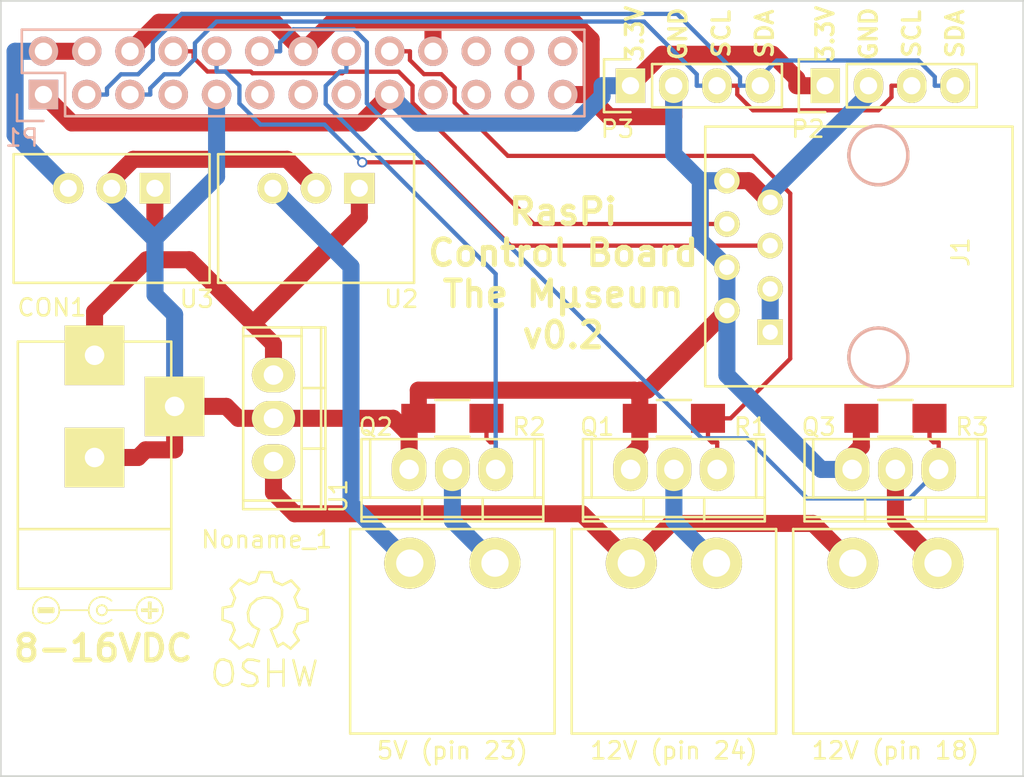
<source format=kicad_pcb>
(kicad_pcb (version 20171130) (host pcbnew "(5.1.12)-1")

  (general
    (thickness 1.6)
    (drawings 152)
    (tracks 212)
    (zones 0)
    (modules 18)
    (nets 27)
  )

  (page A4)
  (title_block
    (title "The Tiny Museum")
  )

  (layers
    (0 F.Cu signal)
    (31 B.Cu signal)
    (32 B.Adhes user hide)
    (33 F.Adhes user hide)
    (34 B.Paste user hide)
    (35 F.Paste user hide)
    (36 B.SilkS user hide)
    (37 F.SilkS user hide)
    (38 B.Mask user hide)
    (39 F.Mask user hide)
    (40 Dwgs.User user hide)
    (41 Cmts.User user hide)
    (42 Eco1.User user hide)
    (43 Eco2.User user hide)
    (44 Edge.Cuts user)
    (45 Margin user hide)
    (46 B.CrtYd user hide)
    (47 F.CrtYd user hide)
    (48 B.Fab user hide)
    (49 F.Fab user hide)
  )

  (setup
    (last_trace_width 0.25)
    (trace_clearance 0.2)
    (zone_clearance 0.508)
    (zone_45_only no)
    (trace_min 0.2)
    (via_size 0.6)
    (via_drill 0.4)
    (via_min_size 0.4)
    (via_min_drill 0.3)
    (uvia_size 0.3)
    (uvia_drill 0.1)
    (uvias_allowed no)
    (uvia_min_size 0.2)
    (uvia_min_drill 0.1)
    (edge_width 0.1)
    (segment_width 0.2)
    (pcb_text_width 0.3)
    (pcb_text_size 1.5 1.5)
    (mod_edge_width 0.15)
    (mod_text_size 1 1)
    (mod_text_width 0.15)
    (pad_size 3.50012 3.50012)
    (pad_drill 1.143)
    (pad_to_mask_clearance 0)
    (aux_axis_origin 0 0)
    (visible_elements 7FFFFFFF)
    (pcbplotparams
      (layerselection 0x010f0_80000001)
      (usegerberextensions true)
      (usegerberattributes true)
      (usegerberadvancedattributes true)
      (creategerberjobfile true)
      (excludeedgelayer true)
      (linewidth 0.100000)
      (plotframeref false)
      (viasonmask false)
      (mode 1)
      (useauxorigin false)
      (hpglpennumber 1)
      (hpglpenspeed 20)
      (hpglpendiameter 15.000000)
      (psnegative false)
      (psa4output false)
      (plotreference true)
      (plotvalue true)
      (plotinvisibletext false)
      (padsonsilk false)
      (subtractmaskfromsilk false)
      (outputformat 1)
      (mirror false)
      (drillshape 0)
      (scaleselection 1)
      (outputdirectory "2016-05-15_v0.2/"))
  )

  (net 0 "")
  (net 1 12V_BATT)
  (net 2 GND)
  (net 3 TRACER_12V)
  (net 4 +3.3V)
  (net 5 +5V)
  (net 6 RASPI_SDA)
  (net 7 RASPI_SCL)
  (net 8 RASPI_GPIO_04)
  (net 9 +12V)
  (net 10 RASPI_5V)
  (net 11 RASPI_GPIO_17)
  (net 12 RASPI_GPIO_18)
  (net 13 RASPI_GPIO_21)
  (net 14 RASPI_GPIO_22)
  (net 15 RASPI_GPIO_23)
  (net 16 RASPI_GPIO_24)
  (net 17 RASPI_GPIO_10)
  (net 18 RASPI_GPIO_09)
  (net 19 RASPI_GPIO_25)
  (net 20 RASPI_GPIO_08)
  (net 21 RASPI_GPIO_07)
  (net 22 RASPI_TXD)
  (net 23 /5V_GND_SW)
  (net 24 RASPI_RXD)
  (net 25 "Net-(P4-Pad2)")
  (net 26 "Net-(P6-Pad2)")

  (net_class Default "This is the default net class."
    (clearance 0.2)
    (trace_width 0.25)
    (via_dia 0.6)
    (via_drill 0.4)
    (uvia_dia 0.3)
    (uvia_drill 0.1)
    (add_net RASPI_GPIO_04)
    (add_net RASPI_GPIO_07)
    (add_net RASPI_GPIO_08)
    (add_net RASPI_GPIO_09)
    (add_net RASPI_GPIO_10)
    (add_net RASPI_GPIO_17)
    (add_net RASPI_GPIO_18)
    (add_net RASPI_GPIO_21)
    (add_net RASPI_GPIO_22)
    (add_net RASPI_GPIO_23)
    (add_net RASPI_GPIO_24)
    (add_net RASPI_GPIO_25)
    (add_net RASPI_RXD)
    (add_net RASPI_SCL)
    (add_net RASPI_SDA)
    (add_net RASPI_TXD)
  )

  (net_class Ground ""
    (clearance 0.3)
    (trace_width 1)
    (via_dia 0.6)
    (via_drill 0.4)
    (uvia_dia 0.3)
    (uvia_drill 0.1)
    (add_net /5V_GND_SW)
    (add_net GND)
  )

  (net_class Power ""
    (clearance 0.3)
    (trace_width 1)
    (via_dia 0.6)
    (via_drill 0.4)
    (uvia_dia 0.3)
    (uvia_drill 0.1)
    (add_net +12V)
    (add_net +3.3V)
    (add_net +5V)
    (add_net 12V_BATT)
    (add_net "Net-(P4-Pad2)")
    (add_net "Net-(P6-Pad2)")
    (add_net RASPI_5V)
    (add_net TRACER_12V)
  )

  (module connector:OSTOQ027151 (layer F.Cu) (tedit 5737FA8A) (tstamp 573D30F2)
    (at 187 126)
    (path /573805B9)
    (fp_text reference "12V (pin 18)" (at 0 7) (layer F.SilkS)
      (effects (font (size 1 1) (thickness 0.15)))
    )
    (fp_text value 12V_LOAD (at 0 1) (layer F.Fab)
      (effects (font (size 1 1) (thickness 0.15)))
    )
    (fp_line (start -6 6) (end -6 -6) (layer F.SilkS) (width 0.15))
    (fp_line (start 6 6) (end -6 6) (layer F.SilkS) (width 0.15))
    (fp_line (start 6 -6) (end 6 6) (layer F.SilkS) (width 0.15))
    (fp_line (start -6 -6) (end 6 -6) (layer F.SilkS) (width 0.15))
    (pad 1 thru_hole circle (at -2.5 -4) (size 3 3) (drill 1.6) (layers *.Cu *.Mask F.SilkS)
      (net 9 +12V))
    (pad 2 thru_hole circle (at 2.5 -4) (size 3 3) (drill 1.6) (layers *.Cu *.Mask F.SilkS)
      (net 26 "Net-(P6-Pad2)"))
  )

  (module dc_dc:RECOM_R-78xx (layer F.Cu) (tedit 5737FD5F) (tstamp 5563860E)
    (at 153 100 180)
    (descr RECOM_R-78xx)
    (tags SIP3)
    (path /5563AB33)
    (fp_text reference U2 (at -5 -6.5 180) (layer F.SilkS)
      (effects (font (size 1 1) (thickness 0.15)))
    )
    (fp_text value R-785 (at 0 3 180) (layer F.Fab)
      (effects (font (size 1 1) (thickness 0.15)))
    )
    (fp_line (start -5.75 -5.55) (end -5.75 2) (layer F.SilkS) (width 0.15))
    (fp_line (start 5.75 2) (end 5.75 -5.55) (layer F.SilkS) (width 0.15))
    (fp_line (start 5.75 2) (end -5.75 2) (layer F.SilkS) (width 0.15))
    (fp_line (start -5.75 -5.55) (end 5.75 -5.55) (layer F.SilkS) (width 0.15))
    (pad 1 thru_hole rect (at -2.54 0 270) (size 1.8 1.8) (drill 1) (layers *.Cu *.Mask F.SilkS)
      (net 1 12V_BATT))
    (pad 2 thru_hole circle (at 0 0 270) (size 1.8 1.8) (drill 1) (layers *.Cu *.Mask F.SilkS)
      (net 2 GND))
    (pad 3 thru_hole circle (at 2.54 0 270) (size 1.8 1.8) (drill 1) (layers *.Cu *.Mask F.SilkS)
      (net 5 +5V))
  )

  (module Connect:RJ45_8 (layer F.Cu) (tedit 5563F1B0) (tstamp 556385D2)
    (at 186 104 90)
    (tags RJ45)
    (path /556335C9)
    (fp_text reference J1 (at 0.254 4.826 90) (layer F.SilkS)
      (effects (font (size 1 1) (thickness 0.15)))
    )
    (fp_text value RJ45_TRACER (at 0 6.35 90) (layer F.Fab)
      (effects (font (size 1 1) (thickness 0.15)))
    )
    (fp_line (start -7.62 -10.16) (end -7.62 7.874) (layer F.SilkS) (width 0.15))
    (fp_line (start 7.62 -10.16) (end -7.62 -10.16) (layer F.SilkS) (width 0.15))
    (fp_line (start 7.62 7.874) (end 7.62 -10.16) (layer F.SilkS) (width 0.15))
    (fp_line (start -7.62 7.874) (end 7.62 7.874) (layer F.SilkS) (width 0.15))
    (pad Hole np_thru_hole circle (at 5.93852 0 90) (size 3.64998 3.64998) (drill 3.2512) (layers *.Cu *.SilkS *.Mask))
    (pad Hole np_thru_hole circle (at -5.9309 0 90) (size 3.64998 3.64998) (drill 3.2512) (layers *.Cu *.SilkS *.Mask))
    (pad 1 thru_hole rect (at -4.445 -6.35 90) (size 1.50114 1.50114) (drill 0.89916) (layers *.Cu *.Mask F.SilkS)
      (net 3 TRACER_12V))
    (pad 2 thru_hole circle (at -3.175 -8.89 90) (size 1.50114 1.50114) (drill 0.89916) (layers *.Cu *.Mask F.SilkS)
      (net 2 GND))
    (pad 3 thru_hole circle (at -1.905 -6.35 90) (size 1.50114 1.50114) (drill 0.89916) (layers *.Cu *.Mask F.SilkS)
      (net 3 TRACER_12V))
    (pad 4 thru_hole circle (at -0.635 -8.89 90) (size 1.50114 1.50114) (drill 0.89916) (layers *.Cu *.Mask F.SilkS)
      (net 2 GND))
    (pad 5 thru_hole circle (at 0.635 -6.35 90) (size 1.50114 1.50114) (drill 0.89916) (layers *.Cu *.Mask F.SilkS)
      (net 24 RASPI_RXD))
    (pad 6 thru_hole circle (at 1.905 -8.89 90) (size 1.50114 1.50114) (drill 0.89916) (layers *.Cu *.Mask F.SilkS)
      (net 22 RASPI_TXD))
    (pad 7 thru_hole circle (at 3.175 -6.35 90) (size 1.50114 1.50114) (drill 0.89916) (layers *.Cu *.Mask F.SilkS)
      (net 2 GND))
    (pad 8 thru_hole circle (at 4.445 -8.89 90) (size 1.50114 1.50114) (drill 0.89916) (layers *.Cu *.Mask F.SilkS)
      (net 2 GND))
    (model Connect.3dshapes/RJ45_8.wrl
      (at (xyz 0 0 0))
      (scale (xyz 0.4 0.4 0.4))
      (rotate (xyz 0 0 0))
    )
  )

  (module Pin_Headers:Pin_Header_Straight_1x04 (layer F.Cu) (tedit 55685CB7) (tstamp 556385F8)
    (at 182.88 93.98 90)
    (descr "Through hole pin header")
    (tags "pin header")
    (path /5563C524)
    (fp_text reference P2 (at -2.54 -1.016 180) (layer F.SilkS)
      (effects (font (size 1 1) (thickness 0.15)))
    )
    (fp_text value I2C_2 (at 0 -3.1 90) (layer F.Fab)
      (effects (font (size 1 1) (thickness 0.15)))
    )
    (fp_line (start -1.55 -1.55) (end 1.55 -1.55) (layer F.SilkS) (width 0.15))
    (fp_line (start -1.55 0) (end -1.55 -1.55) (layer F.SilkS) (width 0.15))
    (fp_line (start 1.27 1.27) (end -1.27 1.27) (layer F.SilkS) (width 0.15))
    (fp_line (start -1.27 8.89) (end 1.27 8.89) (layer F.SilkS) (width 0.15))
    (fp_line (start 1.55 -1.55) (end 1.55 0) (layer F.SilkS) (width 0.15))
    (fp_line (start 1.27 1.27) (end 1.27 8.89) (layer F.SilkS) (width 0.15))
    (fp_line (start -1.27 1.27) (end -1.27 8.89) (layer F.SilkS) (width 0.15))
    (fp_line (start -1.75 9.4) (end 1.75 9.4) (layer F.CrtYd) (width 0.05))
    (fp_line (start -1.75 -1.75) (end 1.75 -1.75) (layer F.CrtYd) (width 0.05))
    (fp_line (start 1.75 -1.75) (end 1.75 9.4) (layer F.CrtYd) (width 0.05))
    (fp_line (start -1.75 -1.75) (end -1.75 9.4) (layer F.CrtYd) (width 0.05))
    (pad 1 thru_hole rect (at 0 0 90) (size 2.032 1.7272) (drill 1.016) (layers *.Cu *.Mask F.SilkS)
      (net 4 +3.3V))
    (pad 2 thru_hole oval (at 0 2.54 90) (size 2.032 1.7272) (drill 1.016) (layers *.Cu *.Mask F.SilkS)
      (net 2 GND))
    (pad 3 thru_hole oval (at 0 5.08 90) (size 2.032 1.7272) (drill 1.016) (layers *.Cu *.Mask F.SilkS)
      (net 7 RASPI_SCL))
    (pad 4 thru_hole oval (at 0 7.62 90) (size 2.032 1.7272) (drill 1.016) (layers *.Cu *.Mask F.SilkS)
      (net 6 RASPI_SDA))
    (model Pin_Headers.3dshapes/Pin_Header_Straight_1x04.wrl
      (offset (xyz 0 -3.809999942779541 0))
      (scale (xyz 1 1 1))
      (rotate (xyz 0 0 90))
    )
  )

  (module Pin_Headers:Pin_Header_Straight_1x04 (layer F.Cu) (tedit 55685CBB) (tstamp 55638600)
    (at 171.45 93.98 90)
    (descr "Through hole pin header")
    (tags "pin header")
    (path /5563CE49)
    (fp_text reference P3 (at -2.54 -0.762 180) (layer F.SilkS)
      (effects (font (size 1 1) (thickness 0.15)))
    )
    (fp_text value I2C_1 (at 0 -3.1 90) (layer F.Fab)
      (effects (font (size 1 1) (thickness 0.15)))
    )
    (fp_line (start -1.55 -1.55) (end 1.55 -1.55) (layer F.SilkS) (width 0.15))
    (fp_line (start -1.55 0) (end -1.55 -1.55) (layer F.SilkS) (width 0.15))
    (fp_line (start 1.27 1.27) (end -1.27 1.27) (layer F.SilkS) (width 0.15))
    (fp_line (start -1.27 8.89) (end 1.27 8.89) (layer F.SilkS) (width 0.15))
    (fp_line (start 1.55 -1.55) (end 1.55 0) (layer F.SilkS) (width 0.15))
    (fp_line (start 1.27 1.27) (end 1.27 8.89) (layer F.SilkS) (width 0.15))
    (fp_line (start -1.27 1.27) (end -1.27 8.89) (layer F.SilkS) (width 0.15))
    (fp_line (start -1.75 9.4) (end 1.75 9.4) (layer F.CrtYd) (width 0.05))
    (fp_line (start -1.75 -1.75) (end 1.75 -1.75) (layer F.CrtYd) (width 0.05))
    (fp_line (start 1.75 -1.75) (end 1.75 9.4) (layer F.CrtYd) (width 0.05))
    (fp_line (start -1.75 -1.75) (end -1.75 9.4) (layer F.CrtYd) (width 0.05))
    (pad 1 thru_hole rect (at 0 0 90) (size 2.032 1.7272) (drill 1.016) (layers *.Cu *.Mask F.SilkS)
      (net 4 +3.3V))
    (pad 2 thru_hole oval (at 0 2.54 90) (size 2.032 1.7272) (drill 1.016) (layers *.Cu *.Mask F.SilkS)
      (net 2 GND))
    (pad 3 thru_hole oval (at 0 5.08 90) (size 2.032 1.7272) (drill 1.016) (layers *.Cu *.Mask F.SilkS)
      (net 7 RASPI_SCL))
    (pad 4 thru_hole oval (at 0 7.62 90) (size 2.032 1.7272) (drill 1.016) (layers *.Cu *.Mask F.SilkS)
      (net 6 RASPI_SDA))
    (model Pin_Headers.3dshapes/Pin_Header_Straight_1x04.wrl
      (offset (xyz 0 -3.809999942779541 0))
      (scale (xyz 1 1 1))
      (rotate (xyz 0 0 90))
    )
  )

  (module Power_Integrations:TO-220 (layer F.Cu) (tedit 5563FBD0) (tstamp 55638607)
    (at 150.5 113.5 270)
    (descr "Non Isolated JEDEC TO-220 Package")
    (tags "Power Integration YN Package")
    (path /556345AA)
    (fp_text reference U1 (at 4.572 -3.81 270) (layer F.SilkS)
      (effects (font (size 1 1) (thickness 0.15)))
    )
    (fp_text value LM7812CT (at 0 2.54 270) (layer F.Fab)
      (effects (font (size 1 1) (thickness 0.15)))
    )
    (fp_line (start 5.334 -3.048) (end -5.334 -3.048) (layer F.SilkS) (width 0.15))
    (fp_line (start 5.334 -3.048) (end 5.334 1.778) (layer F.SilkS) (width 0.15))
    (fp_line (start -5.334 -3.048) (end -5.334 1.778) (layer F.SilkS) (width 0.15))
    (fp_line (start 5.334 1.778) (end -5.334 1.778) (layer F.SilkS) (width 0.15))
    (fp_line (start -5.334 -1.651) (end 5.334 -1.651) (layer F.SilkS) (width 0.15))
    (fp_line (start -1.778 -1.778) (end -1.778 -3.048) (layer F.SilkS) (width 0.15))
    (fp_line (start 1.778 -1.778) (end 1.778 -3.048) (layer F.SilkS) (width 0.15))
    (fp_line (start 5.334 -2.794) (end -5.334 -2.794) (layer F.SilkS) (width 0.15))
    (fp_line (start -4.826 -1.651) (end -4.826 1.778) (layer F.SilkS) (width 0.15))
    (fp_line (start 4.826 -1.651) (end 4.826 1.778) (layer F.SilkS) (width 0.15))
    (pad 2 thru_hole oval (at 0 0 270) (size 2.032 2.54) (drill 1.143) (layers *.Cu *.Mask F.SilkS)
      (net 2 GND))
    (pad 3 thru_hole oval (at 2.54 0 270) (size 2.032 2.54) (drill 1.143) (layers *.Cu *.Mask F.SilkS)
      (net 9 +12V))
    (pad 1 thru_hole oval (at -2.54 0 270) (size 2.032 2.54) (drill 1.143) (layers *.Cu *.Mask F.SilkS)
      (net 1 12V_BATT))
    (model Transistors_TO-220.3dshapes/TO-220_Neutral123_Vertical.wrl
      (at (xyz 0 0 0))
      (scale (xyz 0.4 0.4 0.4))
      (rotate (xyz 0 0 0))
    )
  )

  (module Power_Integrations:TO-220 (layer F.Cu) (tedit 5737FE43) (tstamp 5563E3B3)
    (at 174 116.5 180)
    (descr "Non Isolated JEDEC TO-220 Package")
    (tags "Power Integration YN Package")
    (path /5563DC4D)
    (fp_text reference Q1 (at 4.5 2.5 180) (layer F.SilkS)
      (effects (font (size 1 1) (thickness 0.15)))
    )
    (fp_text value PSMN022 (at 0 -2.5 180) (layer F.Fab)
      (effects (font (size 1 1) (thickness 0.15)))
    )
    (fp_line (start 5.334 -3.048) (end -5.334 -3.048) (layer F.SilkS) (width 0.15))
    (fp_line (start 5.334 -3.048) (end 5.334 1.778) (layer F.SilkS) (width 0.15))
    (fp_line (start -5.334 -3.048) (end -5.334 1.778) (layer F.SilkS) (width 0.15))
    (fp_line (start 5.334 1.778) (end -5.334 1.778) (layer F.SilkS) (width 0.15))
    (fp_line (start -5.334 -1.651) (end 5.334 -1.651) (layer F.SilkS) (width 0.15))
    (fp_line (start -1.778 -1.778) (end -1.778 -3.048) (layer F.SilkS) (width 0.15))
    (fp_line (start 1.778 -1.778) (end 1.778 -3.048) (layer F.SilkS) (width 0.15))
    (fp_line (start 5.334 -2.794) (end -5.334 -2.794) (layer F.SilkS) (width 0.15))
    (fp_line (start -4.826 -1.651) (end -4.826 1.778) (layer F.SilkS) (width 0.15))
    (fp_line (start 4.826 -1.651) (end 4.826 1.778) (layer F.SilkS) (width 0.15))
    (pad 2 thru_hole oval (at 0 0 180) (size 2.032 2.54) (drill 1.143) (layers *.Cu *.Mask F.SilkS)
      (net 25 "Net-(P4-Pad2)"))
    (pad 3 thru_hole oval (at 2.54 0 180) (size 2.032 2.54) (drill 1.143) (layers *.Cu *.Mask F.SilkS)
      (net 2 GND))
    (pad 1 thru_hole oval (at -2.54 0 180) (size 2.032 2.54) (drill 1.143) (layers *.Cu *.Mask F.SilkS)
      (net 16 RASPI_GPIO_24))
    (model Transistors_TO-220.3dshapes/TO-220_Neutral123_Vertical.wrl
      (at (xyz 0 0 0))
      (scale (xyz 0.4 0.4 0.4))
      (rotate (xyz 0 0 0))
    )
  )

  (module Power_Integrations:TO-220 (layer F.Cu) (tedit 5737FE7E) (tstamp 5563E3C3)
    (at 161 116.5 180)
    (descr "Non Isolated JEDEC TO-220 Package")
    (tags "Power Integration YN Package")
    (path /5563E10D)
    (fp_text reference Q2 (at 4.5 2.5 180) (layer F.SilkS)
      (effects (font (size 1 1) (thickness 0.15)))
    )
    (fp_text value PSMN022 (at 0 -2.5 180) (layer F.Fab)
      (effects (font (size 1 1) (thickness 0.15)))
    )
    (fp_line (start 5.334 -3.048) (end -5.334 -3.048) (layer F.SilkS) (width 0.15))
    (fp_line (start 5.334 -3.048) (end 5.334 1.778) (layer F.SilkS) (width 0.15))
    (fp_line (start -5.334 -3.048) (end -5.334 1.778) (layer F.SilkS) (width 0.15))
    (fp_line (start 5.334 1.778) (end -5.334 1.778) (layer F.SilkS) (width 0.15))
    (fp_line (start -5.334 -1.651) (end 5.334 -1.651) (layer F.SilkS) (width 0.15))
    (fp_line (start -1.778 -1.778) (end -1.778 -3.048) (layer F.SilkS) (width 0.15))
    (fp_line (start 1.778 -1.778) (end 1.778 -3.048) (layer F.SilkS) (width 0.15))
    (fp_line (start 5.334 -2.794) (end -5.334 -2.794) (layer F.SilkS) (width 0.15))
    (fp_line (start -4.826 -1.651) (end -4.826 1.778) (layer F.SilkS) (width 0.15))
    (fp_line (start 4.826 -1.651) (end 4.826 1.778) (layer F.SilkS) (width 0.15))
    (pad 2 thru_hole oval (at 0 0 180) (size 2.032 2.54) (drill 1.143) (layers *.Cu *.Mask F.SilkS)
      (net 23 /5V_GND_SW))
    (pad 3 thru_hole oval (at 2.54 0 180) (size 2.032 2.54) (drill 1.143) (layers *.Cu *.Mask F.SilkS)
      (net 2 GND))
    (pad 1 thru_hole oval (at -2.54 0 180) (size 2.032 2.54) (drill 1.143) (layers *.Cu *.Mask F.SilkS)
      (net 15 RASPI_GPIO_23))
    (model Transistors_TO-220.3dshapes/TO-220_Neutral123_Vertical.wrl
      (at (xyz 0 0 0))
      (scale (xyz 0.4 0.4 0.4))
      (rotate (xyz 0 0 0))
    )
  )

  (module Resistors_SMD:R_1206_HandSoldering (layer F.Cu) (tedit 5737FE63) (tstamp 5563E3D3)
    (at 174 113.5)
    (descr "Resistor SMD 1206, hand soldering")
    (tags "resistor 1206")
    (path /557A607D)
    (attr smd)
    (fp_text reference R1 (at 4.5 0.5) (layer F.SilkS)
      (effects (font (size 1 1) (thickness 0.15)))
    )
    (fp_text value 10K (at 0 0) (layer F.Fab)
      (effects (font (size 1 1) (thickness 0.15)))
    )
    (fp_line (start -1 -1.075) (end 1 -1.075) (layer F.SilkS) (width 0.15))
    (fp_line (start 1 1.075) (end -1 1.075) (layer F.SilkS) (width 0.15))
    (fp_line (start 3.3 -1.2) (end 3.3 1.2) (layer F.CrtYd) (width 0.05))
    (fp_line (start -3.3 -1.2) (end -3.3 1.2) (layer F.CrtYd) (width 0.05))
    (fp_line (start -3.3 1.2) (end 3.3 1.2) (layer F.CrtYd) (width 0.05))
    (fp_line (start -3.3 -1.2) (end 3.3 -1.2) (layer F.CrtYd) (width 0.05))
    (pad 1 smd rect (at -2 0) (size 2 1.7) (layers F.Cu F.Paste F.Mask)
      (net 2 GND))
    (pad 2 smd rect (at 2 0) (size 2 1.7) (layers F.Cu F.Paste F.Mask)
      (net 16 RASPI_GPIO_24))
    (model Resistors_SMD.3dshapes/R_1206_HandSoldering.wrl
      (at (xyz 0 0 0))
      (scale (xyz 1 1 1))
      (rotate (xyz 0 0 0))
    )
  )

  (module Resistors_SMD:R_1206_HandSoldering (layer F.Cu) (tedit 5737FE87) (tstamp 5563E3D8)
    (at 161 113.5)
    (descr "Resistor SMD 1206, hand soldering")
    (tags "resistor 1206")
    (path /556414C6)
    (attr smd)
    (fp_text reference R2 (at 4.5 0.5) (layer F.SilkS)
      (effects (font (size 1 1) (thickness 0.15)))
    )
    (fp_text value 10K (at 0 0) (layer F.Fab)
      (effects (font (size 1 1) (thickness 0.15)))
    )
    (fp_line (start -1 -1.075) (end 1 -1.075) (layer F.SilkS) (width 0.15))
    (fp_line (start 1 1.075) (end -1 1.075) (layer F.SilkS) (width 0.15))
    (fp_line (start 3.3 -1.2) (end 3.3 1.2) (layer F.CrtYd) (width 0.05))
    (fp_line (start -3.3 -1.2) (end -3.3 1.2) (layer F.CrtYd) (width 0.05))
    (fp_line (start -3.3 1.2) (end 3.3 1.2) (layer F.CrtYd) (width 0.05))
    (fp_line (start -3.3 -1.2) (end 3.3 -1.2) (layer F.CrtYd) (width 0.05))
    (pad 1 smd rect (at -2 0) (size 2 1.7) (layers F.Cu F.Paste F.Mask)
      (net 2 GND))
    (pad 2 smd rect (at 2 0) (size 2 1.7) (layers F.Cu F.Paste F.Mask)
      (net 15 RASPI_GPIO_23))
    (model Resistors_SMD.3dshapes/R_1206_HandSoldering.wrl
      (at (xyz 0 0 0))
      (scale (xyz 1 1 1))
      (rotate (xyz 0 0 0))
    )
  )

  (module Socket_Strips:Socket_Strip_Straight_2x13 (layer B.Cu) (tedit 5737FD73) (tstamp 5563F25F)
    (at 137 94.5)
    (descr "Through hole socket strip")
    (tags "socket strip")
    (path /55633551)
    (fp_text reference P1 (at -1.27 2.54) (layer B.SilkS)
      (effects (font (size 1 1) (thickness 0.15)) (justify mirror))
    )
    (fp_text value CONN_13X2 (at 3 -4) (layer B.Fab)
      (effects (font (size 1 1) (thickness 0.15)) (justify mirror))
    )
    (fp_line (start -1.55 1.55) (end -1.55 0) (layer B.SilkS) (width 0.15))
    (fp_line (start 1.27 -1.27) (end 1.27 1.27) (layer B.SilkS) (width 0.15))
    (fp_line (start -1.27 -1.27) (end 1.27 -1.27) (layer B.SilkS) (width 0.15))
    (fp_line (start 0 1.55) (end -1.55 1.55) (layer B.SilkS) (width 0.15))
    (fp_line (start -1.27 -3.81) (end -1.27 -1.27) (layer B.SilkS) (width 0.15))
    (fp_line (start 31.75 -3.81) (end 31.75 1.27) (layer B.SilkS) (width 0.15))
    (fp_line (start 1.27 1.27) (end 31.75 1.27) (layer B.SilkS) (width 0.15))
    (fp_line (start -1.27 -3.81) (end 31.75 -3.81) (layer B.SilkS) (width 0.15))
    (fp_line (start -1.75 -4.3) (end 32.25 -4.3) (layer B.CrtYd) (width 0.05))
    (fp_line (start -1.75 1.75) (end 32.25 1.75) (layer B.CrtYd) (width 0.05))
    (fp_line (start 32.25 1.75) (end 32.25 -4.3) (layer B.CrtYd) (width 0.05))
    (fp_line (start -1.75 1.75) (end -1.75 -4.3) (layer B.CrtYd) (width 0.05))
    (pad 1 thru_hole rect (at 0 0) (size 1.7272 1.7272) (drill 1.016) (layers *.Cu *.Mask B.SilkS)
      (net 4 +3.3V))
    (pad 2 thru_hole oval (at 0 -2.54) (size 1.7272 1.7272) (drill 1.016) (layers *.Cu *.Mask B.SilkS)
      (net 10 RASPI_5V))
    (pad 3 thru_hole oval (at 2.54 0) (size 1.7272 1.7272) (drill 1.016) (layers *.Cu *.Mask B.SilkS)
      (net 6 RASPI_SDA))
    (pad 4 thru_hole oval (at 2.54 -2.54) (size 1.7272 1.7272) (drill 1.016) (layers *.Cu *.Mask B.SilkS)
      (net 10 RASPI_5V))
    (pad 5 thru_hole oval (at 5.08 0) (size 1.7272 1.7272) (drill 1.016) (layers *.Cu *.Mask B.SilkS)
      (net 7 RASPI_SCL))
    (pad 6 thru_hole oval (at 5.08 -2.54) (size 1.7272 1.7272) (drill 1.016) (layers *.Cu *.Mask B.SilkS)
      (net 2 GND))
    (pad 7 thru_hole oval (at 7.62 0) (size 1.7272 1.7272) (drill 1.016) (layers *.Cu *.Mask B.SilkS)
      (net 8 RASPI_GPIO_04))
    (pad 8 thru_hole oval (at 7.62 -2.54) (size 1.7272 1.7272) (drill 1.016) (layers *.Cu *.Mask B.SilkS)
      (net 22 RASPI_TXD))
    (pad 9 thru_hole oval (at 10.16 0) (size 1.7272 1.7272) (drill 1.016) (layers *.Cu *.Mask B.SilkS)
      (net 2 GND))
    (pad 10 thru_hole oval (at 10.16 -2.54) (size 1.7272 1.7272) (drill 1.016) (layers *.Cu *.Mask B.SilkS)
      (net 24 RASPI_RXD))
    (pad 11 thru_hole oval (at 12.7 0) (size 1.7272 1.7272) (drill 1.016) (layers *.Cu *.Mask B.SilkS)
      (net 11 RASPI_GPIO_17))
    (pad 12 thru_hole oval (at 12.7 -2.54) (size 1.7272 1.7272) (drill 1.016) (layers *.Cu *.Mask B.SilkS)
      (net 12 RASPI_GPIO_18))
    (pad 13 thru_hole oval (at 15.24 0) (size 1.7272 1.7272) (drill 1.016) (layers *.Cu *.Mask B.SilkS)
      (net 13 RASPI_GPIO_21))
    (pad 14 thru_hole oval (at 15.24 -2.54) (size 1.7272 1.7272) (drill 1.016) (layers *.Cu *.Mask B.SilkS)
      (net 2 GND))
    (pad 15 thru_hole oval (at 17.78 0) (size 1.7272 1.7272) (drill 1.016) (layers *.Cu *.Mask B.SilkS)
      (net 14 RASPI_GPIO_22))
    (pad 16 thru_hole oval (at 17.78 -2.54) (size 1.7272 1.7272) (drill 1.016) (layers *.Cu *.Mask B.SilkS)
      (net 15 RASPI_GPIO_23))
    (pad 17 thru_hole oval (at 20.32 0) (size 1.7272 1.7272) (drill 1.016) (layers *.Cu *.Mask B.SilkS)
      (net 4 +3.3V))
    (pad 18 thru_hole oval (at 20.32 -2.54) (size 1.7272 1.7272) (drill 1.016) (layers *.Cu *.Mask B.SilkS)
      (net 16 RASPI_GPIO_24))
    (pad 19 thru_hole oval (at 22.86 0) (size 1.7272 1.7272) (drill 1.016) (layers *.Cu *.Mask B.SilkS)
      (net 17 RASPI_GPIO_10))
    (pad 20 thru_hole oval (at 22.86 -2.54) (size 1.7272 1.7272) (drill 1.016) (layers *.Cu *.Mask B.SilkS)
      (net 2 GND))
    (pad 21 thru_hole oval (at 25.4 0) (size 1.7272 1.7272) (drill 1.016) (layers *.Cu *.Mask B.SilkS)
      (net 18 RASPI_GPIO_09))
    (pad 22 thru_hole oval (at 25.4 -2.54) (size 1.7272 1.7272) (drill 1.016) (layers *.Cu *.Mask B.SilkS)
      (net 19 RASPI_GPIO_25))
    (pad 23 thru_hole oval (at 27.94 0) (size 1.7272 1.7272) (drill 1.016) (layers *.Cu *.Mask B.SilkS)
      (net 20 RASPI_GPIO_08))
    (pad 24 thru_hole oval (at 27.94 -2.54) (size 1.7272 1.7272) (drill 1.016) (layers *.Cu *.Mask B.SilkS)
      (net 20 RASPI_GPIO_08))
    (pad 25 thru_hole oval (at 30.48 0) (size 1.7272 1.7272) (drill 1.016) (layers *.Cu *.Mask B.SilkS)
      (net 2 GND))
    (pad 26 thru_hole oval (at 30.48 -2.54) (size 1.7272 1.7272) (drill 1.016) (layers *.Cu *.Mask B.SilkS)
      (net 21 RASPI_GPIO_07))
    (model Socket_Strips.3dshapes/Socket_Strip_Straight_2x13.wrl
      (offset (xyz 15.23999977111816 -1.269999980926514 0))
      (scale (xyz 1 1 1))
      (rotate (xyz 0 0 180))
    )
  )

  (module dc_dc:RECOM_R-78xx (layer F.Cu) (tedit 5737FD5B) (tstamp 5563E2BC)
    (at 141 100 180)
    (descr RECOM_R-78xx)
    (tags SIP3)
    (path /5563CDCE)
    (fp_text reference U3 (at -5 -6.5 180) (layer F.SilkS)
      (effects (font (size 1 1) (thickness 0.15)))
    )
    (fp_text value R-785 (at 0 3 180) (layer F.Fab)
      (effects (font (size 1 1) (thickness 0.15)))
    )
    (fp_line (start -5.75 -5.55) (end -5.75 2) (layer F.SilkS) (width 0.15))
    (fp_line (start 5.75 2) (end 5.75 -5.55) (layer F.SilkS) (width 0.15))
    (fp_line (start 5.75 2) (end -5.75 2) (layer F.SilkS) (width 0.15))
    (fp_line (start -5.75 -5.55) (end 5.75 -5.55) (layer F.SilkS) (width 0.15))
    (pad 1 thru_hole rect (at -2.54 0 270) (size 1.8 1.8) (drill 1) (layers *.Cu *.Mask F.SilkS)
      (net 1 12V_BATT))
    (pad 2 thru_hole circle (at 0 0 270) (size 1.8 1.8) (drill 1) (layers *.Cu *.Mask F.SilkS)
      (net 2 GND))
    (pad 3 thru_hole circle (at 2.54 0 270) (size 1.8 1.8) (drill 1) (layers *.Cu *.Mask F.SilkS)
      (net 10 RASPI_5V))
  )

  (module connector:OSTOQ027151 (layer F.Cu) (tedit 5737F823) (tstamp 573D2ED4)
    (at 174 126)
    (path /5737EE04)
    (fp_text reference "12V (pin 24)" (at 0 7) (layer F.SilkS)
      (effects (font (size 1 1) (thickness 0.15)))
    )
    (fp_text value 12V_LOAD (at 0 1) (layer F.Fab)
      (effects (font (size 1 1) (thickness 0.15)))
    )
    (fp_line (start -6 6) (end -6 -6) (layer F.SilkS) (width 0.15))
    (fp_line (start 6 6) (end -6 6) (layer F.SilkS) (width 0.15))
    (fp_line (start 6 -6) (end 6 6) (layer F.SilkS) (width 0.15))
    (fp_line (start -6 -6) (end 6 -6) (layer F.SilkS) (width 0.15))
    (pad 1 thru_hole circle (at -2.5 -4) (size 3 3) (drill 1.6) (layers *.Cu *.Mask F.SilkS)
      (net 9 +12V))
    (pad 2 thru_hole circle (at 2.5 -4) (size 3 3) (drill 1.6) (layers *.Cu *.Mask F.SilkS)
      (net 25 "Net-(P4-Pad2)"))
  )

  (module connector:OSTOQ027151 (layer F.Cu) (tedit 5737F809) (tstamp 573D2EDD)
    (at 161 126)
    (path /55644D44)
    (fp_text reference "5V (pin 23)" (at 0 7) (layer F.SilkS)
      (effects (font (size 1 1) (thickness 0.15)))
    )
    (fp_text value 5V_LOAD (at 0 1) (layer F.Fab)
      (effects (font (size 1 1) (thickness 0.15)))
    )
    (fp_line (start -6 6) (end -6 -6) (layer F.SilkS) (width 0.15))
    (fp_line (start 6 6) (end -6 6) (layer F.SilkS) (width 0.15))
    (fp_line (start 6 -6) (end 6 6) (layer F.SilkS) (width 0.15))
    (fp_line (start -6 -6) (end 6 -6) (layer F.SilkS) (width 0.15))
    (pad 1 thru_hole circle (at -2.5 -4) (size 3 3) (drill 1.6) (layers *.Cu *.Mask F.SilkS)
      (net 5 +5V))
    (pad 2 thru_hole circle (at 2.5 -4) (size 3 3) (drill 1.6) (layers *.Cu *.Mask F.SilkS)
      (net 23 /5V_GND_SW))
  )

  (module Connect:BARREL_JACK (layer F.Cu) (tedit 5738062C) (tstamp 556385C4)
    (at 140 116 90)
    (descr "DC Barrel Jack")
    (tags "Power Jack")
    (path /556367CB)
    (fp_text reference CON1 (at 9 -2.5 180) (layer F.SilkS)
      (effects (font (size 1 1) (thickness 0.15)))
    )
    (fp_text value UNREG_VIN (at 0 -3.5 90) (layer F.Fab)
      (effects (font (size 1 1) (thickness 0.15)))
    )
    (fp_line (start 7.00024 -4.50088) (end -7.50062 -4.50088) (layer F.SilkS) (width 0.15))
    (fp_line (start 7.00024 4.50088) (end 7.00024 -4.50088) (layer F.SilkS) (width 0.15))
    (fp_line (start -7.50062 4.50088) (end 7.00024 4.50088) (layer F.SilkS) (width 0.15))
    (fp_line (start -7.50062 -4.50088) (end -7.50062 4.50088) (layer F.SilkS) (width 0.15))
    (fp_line (start -4.0005 -4.50088) (end -4.0005 4.50088) (layer F.SilkS) (width 0.15))
    (pad 1 thru_hole rect (at 6.20014 0 90) (size 3.50012 3.50012) (drill 1.143) (layers *.Cu *.Mask F.SilkS)
      (net 1 12V_BATT))
    (pad 2 thru_hole rect (at 0.20066 0 90) (size 3.50012 3.50012) (drill 1.143) (layers *.Cu *.Mask F.SilkS)
      (net 2 GND))
    (pad 3 thru_hole rect (at 3.2004 4.699 90) (size 3.50012 3.50012) (drill 1.143) (layers *.Cu *.Mask F.SilkS)
      (net 2 GND))
  )

  (module Power_Integrations:TO-220 (layer F.Cu) (tedit 5737FE30) (tstamp 573D3103)
    (at 187 116.5 180)
    (descr "Non Isolated JEDEC TO-220 Package")
    (tags "Power Integration YN Package")
    (path /57380597)
    (fp_text reference Q3 (at 4.5 2.5 180) (layer F.SilkS)
      (effects (font (size 1 1) (thickness 0.15)))
    )
    (fp_text value PSMN022 (at 0 -2.5 180) (layer F.Fab)
      (effects (font (size 1 1) (thickness 0.15)))
    )
    (fp_line (start 5.334 -3.048) (end -5.334 -3.048) (layer F.SilkS) (width 0.15))
    (fp_line (start 5.334 -3.048) (end 5.334 1.778) (layer F.SilkS) (width 0.15))
    (fp_line (start -5.334 -3.048) (end -5.334 1.778) (layer F.SilkS) (width 0.15))
    (fp_line (start 5.334 1.778) (end -5.334 1.778) (layer F.SilkS) (width 0.15))
    (fp_line (start -5.334 -1.651) (end 5.334 -1.651) (layer F.SilkS) (width 0.15))
    (fp_line (start -1.778 -1.778) (end -1.778 -3.048) (layer F.SilkS) (width 0.15))
    (fp_line (start 1.778 -1.778) (end 1.778 -3.048) (layer F.SilkS) (width 0.15))
    (fp_line (start 5.334 -2.794) (end -5.334 -2.794) (layer F.SilkS) (width 0.15))
    (fp_line (start -4.826 -1.651) (end -4.826 1.778) (layer F.SilkS) (width 0.15))
    (fp_line (start 4.826 -1.651) (end 4.826 1.778) (layer F.SilkS) (width 0.15))
    (pad 2 thru_hole oval (at 0 0 180) (size 2.032 2.54) (drill 1.143) (layers *.Cu *.Mask F.SilkS)
      (net 26 "Net-(P6-Pad2)"))
    (pad 3 thru_hole oval (at 2.54 0 180) (size 2.032 2.54) (drill 1.143) (layers *.Cu *.Mask F.SilkS)
      (net 2 GND))
    (pad 1 thru_hole oval (at -2.54 0 180) (size 2.032 2.54) (drill 1.143) (layers *.Cu *.Mask F.SilkS)
      (net 12 RASPI_GPIO_18))
  )

  (module Resistors_SMD:R_1206_HandSoldering (layer F.Cu) (tedit 5737FE73) (tstamp 573D310F)
    (at 187 113.5)
    (descr "Resistor SMD 1206, hand soldering")
    (tags "resistor 1206")
    (path /573805AB)
    (attr smd)
    (fp_text reference R3 (at 4.5 0.5) (layer F.SilkS)
      (effects (font (size 1 1) (thickness 0.15)))
    )
    (fp_text value 10K (at 0 0) (layer F.Fab)
      (effects (font (size 1 1) (thickness 0.15)))
    )
    (fp_line (start -1 -1.075) (end 1 -1.075) (layer F.SilkS) (width 0.15))
    (fp_line (start 1 1.075) (end -1 1.075) (layer F.SilkS) (width 0.15))
    (fp_line (start 3.3 -1.2) (end 3.3 1.2) (layer F.CrtYd) (width 0.05))
    (fp_line (start -3.3 -1.2) (end -3.3 1.2) (layer F.CrtYd) (width 0.05))
    (fp_line (start -3.3 1.2) (end 3.3 1.2) (layer F.CrtYd) (width 0.05))
    (fp_line (start -3.3 -1.2) (end 3.3 -1.2) (layer F.CrtYd) (width 0.05))
    (pad 1 smd rect (at -2 0) (size 2 1.7) (layers F.Cu F.Paste F.Mask)
      (net 2 GND))
    (pad 2 smd rect (at 2 0) (size 2 1.7) (layers F.Cu F.Paste F.Mask)
      (net 12 RASPI_GPIO_18))
    (model Resistors_SMD.3dshapes/R_1206_HandSoldering.wrl
      (at (xyz 0 0 0))
      (scale (xyz 1 1 1))
      (rotate (xyz 0 0 0))
    )
  )

  (module Symbols:Symbol_OSHW-Logo_SilkScreen (layer F.Cu) (tedit 5737FF63) (tstamp 573F3AAF)
    (at 150 125)
    (descr "Symbol, OSHW-Logo, Silk Screen,")
    (tags "Symbol, OSHW-Logo, Silk Screen,")
    (fp_text reference Noname_1 (at 0.09906 -4.38912) (layer F.SilkS)
      (effects (font (size 1 1) (thickness 0.15)))
    )
    (fp_text value "" (at 0 5.5) (layer F.Fab)
      (effects (font (size 1 1) (thickness 0.15)))
    )
    (fp_line (start 0.35052 0.89916) (end 0.7493 1.89992) (layer F.SilkS) (width 0.15))
    (fp_line (start -0.35052 0.89916) (end -0.70104 1.89992) (layer F.SilkS) (width 0.15))
    (fp_line (start -0.70104 0.70104) (end -0.35052 0.89916) (layer F.SilkS) (width 0.15))
    (fp_line (start -0.94996 0.39878) (end -0.70104 0.70104) (layer F.SilkS) (width 0.15))
    (fp_line (start -1.00076 -0.09906) (end -0.94996 0.39878) (layer F.SilkS) (width 0.15))
    (fp_line (start -0.8509 -0.55118) (end -1.00076 -0.09906) (layer F.SilkS) (width 0.15))
    (fp_line (start -0.44958 -0.89916) (end -0.8509 -0.55118) (layer F.SilkS) (width 0.15))
    (fp_line (start -0.0508 -1.00076) (end -0.44958 -0.89916) (layer F.SilkS) (width 0.15))
    (fp_line (start 0.39878 -0.94996) (end -0.0508 -1.00076) (layer F.SilkS) (width 0.15))
    (fp_line (start 0.8509 -0.59944) (end 0.39878 -0.94996) (layer F.SilkS) (width 0.15))
    (fp_line (start 1.00076 -0.24892) (end 0.8509 -0.59944) (layer F.SilkS) (width 0.15))
    (fp_line (start 1.00076 0.14986) (end 1.00076 -0.24892) (layer F.SilkS) (width 0.15))
    (fp_line (start 0.8509 0.55118) (end 1.00076 0.14986) (layer F.SilkS) (width 0.15))
    (fp_line (start 0.65024 0.7493) (end 0.8509 0.55118) (layer F.SilkS) (width 0.15))
    (fp_line (start 0.35052 0.89916) (end 0.65024 0.7493) (layer F.SilkS) (width 0.15))
    (fp_line (start -1.9304 0.5207) (end -1.7907 0.91948) (layer F.SilkS) (width 0.15))
    (fp_line (start -2.4892 0.32004) (end -1.9304 0.5207) (layer F.SilkS) (width 0.15))
    (fp_line (start -2.47904 -0.381) (end -2.4892 0.32004) (layer F.SilkS) (width 0.15))
    (fp_line (start -1.9304 -0.48006) (end -2.47904 -0.381) (layer F.SilkS) (width 0.15))
    (fp_line (start -1.76022 -0.96012) (end -1.9304 -0.48006) (layer F.SilkS) (width 0.15))
    (fp_line (start -2.00914 -1.50114) (end -1.76022 -0.96012) (layer F.SilkS) (width 0.15))
    (fp_line (start -1.49098 -2.02946) (end -2.00914 -1.50114) (layer F.SilkS) (width 0.15))
    (fp_line (start -0.9398 -1.76022) (end -1.49098 -2.02946) (layer F.SilkS) (width 0.15))
    (fp_line (start -0.5207 -1.9304) (end -0.9398 -1.76022) (layer F.SilkS) (width 0.15))
    (fp_line (start -0.30988 -2.47904) (end -0.5207 -1.9304) (layer F.SilkS) (width 0.15))
    (fp_line (start 0.381 -2.46126) (end -0.30988 -2.47904) (layer F.SilkS) (width 0.15))
    (fp_line (start 0.55118 -1.92024) (end 0.381 -2.46126) (layer F.SilkS) (width 0.15))
    (fp_line (start 1.02108 -1.71958) (end 0.55118 -1.92024) (layer F.SilkS) (width 0.15))
    (fp_line (start 1.53924 -1.9812) (end 1.02108 -1.71958) (layer F.SilkS) (width 0.15))
    (fp_line (start 2.00914 -1.47066) (end 1.53924 -1.9812) (layer F.SilkS) (width 0.15))
    (fp_line (start 1.7399 -1.00076) (end 2.00914 -1.47066) (layer F.SilkS) (width 0.15))
    (fp_line (start 1.94056 -0.42926) (end 1.7399 -1.00076) (layer F.SilkS) (width 0.15))
    (fp_line (start 2.49936 -0.28956) (end 1.94056 -0.42926) (layer F.SilkS) (width 0.15))
    (fp_line (start 2.49936 0.39116) (end 2.49936 -0.28956) (layer F.SilkS) (width 0.15))
    (fp_line (start 1.88976 0.57912) (end 2.49936 0.39116) (layer F.SilkS) (width 0.15))
    (fp_line (start 1.69926 1.04902) (end 1.88976 0.57912) (layer F.SilkS) (width 0.15))
    (fp_line (start 1.9812 1.52908) (end 1.69926 1.04902) (layer F.SilkS) (width 0.15))
    (fp_line (start 1.50876 2.0193) (end 1.9812 1.52908) (layer F.SilkS) (width 0.15))
    (fp_line (start 1.06934 1.6891) (end 1.50876 2.0193) (layer F.SilkS) (width 0.15))
    (fp_line (start 0.73914 1.8796) (end 1.06934 1.6891) (layer F.SilkS) (width 0.15))
    (fp_line (start -0.98044 1.7399) (end -0.70104 1.89992) (layer F.SilkS) (width 0.15))
    (fp_line (start -1.50114 2.00914) (end -0.98044 1.7399) (layer F.SilkS) (width 0.15))
    (fp_line (start -2.03962 1.49098) (end -1.50114 2.00914) (layer F.SilkS) (width 0.15))
    (fp_line (start -1.78054 0.92964) (end -2.03962 1.49098) (layer F.SilkS) (width 0.15))
    (fp_line (start -2.03962 2.78892) (end -2.4003 2.65938) (layer F.SilkS) (width 0.15))
    (fp_line (start -1.9304 3.07086) (end -2.03962 2.78892) (layer F.SilkS) (width 0.15))
    (fp_line (start -1.8796 3.4798) (end -1.9304 3.07086) (layer F.SilkS) (width 0.15))
    (fp_line (start -1.95072 3.93954) (end -1.8796 3.4798) (layer F.SilkS) (width 0.15))
    (fp_line (start -2.16916 4.11988) (end -1.95072 3.93954) (layer F.SilkS) (width 0.15))
    (fp_line (start -2.47904 4.191) (end -2.16916 4.11988) (layer F.SilkS) (width 0.15))
    (fp_line (start -2.7305 4.06908) (end -2.47904 4.191) (layer F.SilkS) (width 0.15))
    (fp_line (start -2.93116 3.74904) (end -2.7305 4.06908) (layer F.SilkS) (width 0.15))
    (fp_line (start -2.9591 3.40106) (end -2.93116 3.74904) (layer F.SilkS) (width 0.15))
    (fp_line (start -2.8702 2.91084) (end -2.9591 3.40106) (layer F.SilkS) (width 0.15))
    (fp_line (start -2.6289 2.66954) (end -2.8702 2.91084) (layer F.SilkS) (width 0.15))
    (fp_line (start -2.37998 2.64922) (end -2.6289 2.66954) (layer F.SilkS) (width 0.15))
    (fp_line (start -0.9906 4.20878) (end -1.34112 4.09956) (layer F.SilkS) (width 0.15))
    (fp_line (start -0.67056 4.18084) (end -0.9906 4.20878) (layer F.SilkS) (width 0.15))
    (fp_line (start -0.43942 3.95986) (end -0.67056 4.18084) (layer F.SilkS) (width 0.15))
    (fp_line (start -0.48006 3.66014) (end -0.43942 3.95986) (layer F.SilkS) (width 0.15))
    (fp_line (start -0.6604 3.50012) (end -0.48006 3.66014) (layer F.SilkS) (width 0.15))
    (fp_line (start -1.04902 3.37058) (end -0.6604 3.50012) (layer F.SilkS) (width 0.15))
    (fp_line (start -1.29032 3.12928) (end -1.04902 3.37058) (layer F.SilkS) (width 0.15))
    (fp_line (start -1.25984 2.86004) (end -1.29032 3.12928) (layer F.SilkS) (width 0.15))
    (fp_line (start -1.02108 2.65938) (end -1.25984 2.86004) (layer F.SilkS) (width 0.15))
    (fp_line (start -0.70104 2.66954) (end -1.02108 2.65938) (layer F.SilkS) (width 0.15))
    (fp_line (start -0.35052 2.75082) (end -0.70104 2.66954) (layer F.SilkS) (width 0.15))
    (fp_line (start 0.20066 4.21894) (end 0.21082 4.20878) (layer F.SilkS) (width 0.15))
    (fp_line (start 0.20066 2.64922) (end 0.20066 4.21894) (layer F.SilkS) (width 0.15))
    (fp_line (start 1.08966 2.65938) (end 1.08966 4.20116) (layer F.SilkS) (width 0.15))
    (fp_line (start 1.04902 3.38074) (end 1.04902 3.37058) (layer F.SilkS) (width 0.15))
    (fp_line (start 1.03886 3.37058) (end 1.04902 3.38074) (layer F.SilkS) (width 0.15))
    (fp_line (start 0.24892 3.38074) (end 1.03886 3.37058) (layer F.SilkS) (width 0.15))
    (fp_line (start 2.61874 4.17068) (end 2.9591 2.72034) (layer F.SilkS) (width 0.15))
    (fp_line (start 2.30886 3.0988) (end 2.61874 4.17068) (layer F.SilkS) (width 0.15))
    (fp_line (start 2.02946 4.16052) (end 2.30886 3.0988) (layer F.SilkS) (width 0.15))
    (fp_line (start 1.66878 2.68986) (end 2.02946 4.16052) (layer F.SilkS) (width 0.15))
  )

  (gr_line (start 134.5 89) (end 194.5 89) (angle 90) (layer Edge.Cuts) (width 0.1))
  (gr_line (start 134.5 134.5) (end 134.5 89) (angle 90) (layer Edge.Cuts) (width 0.1))
  (gr_line (start 194.5 134.5) (end 134.5 134.5) (angle 90) (layer Edge.Cuts) (width 0.1))
  (gr_line (start 194.5 89) (end 194.5 134.5) (angle 90) (layer Edge.Cuts) (width 0.1))
  (gr_line (start 143.70019 124.704488) (end 143.70019 124.821783) (layer F.SilkS) (width 0.1))
  (gr_line (start 143.30067 124.704488) (end 143.70019 124.704488) (layer F.SilkS) (width 0.1))
  (gr_line (start 143.30067 124.30496) (end 143.30067 124.704488) (layer F.SilkS) (width 0.1))
  (gr_line (start 143.17897 124.30496) (end 143.30067 124.30496) (layer F.SilkS) (width 0.1))
  (gr_line (start 143.17897 124.704488) (end 143.17897 124.30496) (layer F.SilkS) (width 0.1))
  (gr_line (start 142.77946 124.704488) (end 143.17897 124.704488) (layer F.SilkS) (width 0.1))
  (gr_line (start 142.77946 124.821783) (end 142.77946 124.704488) (layer F.SilkS) (width 0.1))
  (gr_line (start 143.17897 124.821783) (end 142.77946 124.821783) (layer F.SilkS) (width 0.1))
  (gr_line (start 143.17897 125.221251) (end 143.17897 124.821783) (layer F.SilkS) (width 0.1))
  (gr_line (start 143.30067 125.221251) (end 143.17897 125.221251) (layer F.SilkS) (width 0.1))
  (gr_line (start 143.30067 124.821783) (end 143.30067 125.221251) (layer F.SilkS) (width 0.1))
  (gr_line (start 143.70019 124.821783) (end 143.30067 124.821783) (layer F.SilkS) (width 0.1))
  (gr_line (start 136.750428 124.838114) (end 136.750428 124.688103) (layer F.SilkS) (width 0.2))
  (gr_line (start 137.55376 124.838114) (end 136.750428 124.838114) (layer F.SilkS) (width 0.2))
  (gr_line (start 137.55376 124.688103) (end 137.55376 124.838114) (layer F.SilkS) (width 0.2))
  (gr_line (start 136.750428 124.688103) (end 137.55376 124.688103) (layer F.SilkS) (width 0.2))
  (gr_line (start 144.00297 124.60613) (end 144.01882 124.763135) (layer F.SilkS) (width 0.1))
  (gr_line (start 143.95757 124.45991) (end 144.00297 124.60613) (layer F.SilkS) (width 0.1))
  (gr_line (start 143.88574 124.32759) (end 143.95757 124.45991) (layer F.SilkS) (width 0.1))
  (gr_line (start 143.79062 124.2123) (end 143.88574 124.32759) (layer F.SilkS) (width 0.1))
  (gr_line (start 143.67533 124.1172) (end 143.79062 124.2123) (layer F.SilkS) (width 0.1))
  (gr_line (start 143.54301 124.04537) (end 143.67533 124.1172) (layer F.SilkS) (width 0.1))
  (gr_line (start 143.39675 123.99995) (end 143.54301 124.04537) (layer F.SilkS) (width 0.1))
  (gr_line (start 143.23979 123.98416) (end 143.39675 123.99995) (layer F.SilkS) (width 0.1))
  (gr_line (start 143.08278 123.99995) (end 143.23979 123.98416) (layer F.SilkS) (width 0.1))
  (gr_line (start 142.93657 124.04537) (end 143.08278 123.99995) (layer F.SilkS) (width 0.1))
  (gr_line (start 142.80425 124.1172) (end 142.93657 124.04537) (layer F.SilkS) (width 0.1))
  (gr_line (start 142.68896 124.2123) (end 142.80425 124.1172) (layer F.SilkS) (width 0.1))
  (gr_line (start 142.59385 124.32759) (end 142.68896 124.2123) (layer F.SilkS) (width 0.1))
  (gr_line (start 142.52201 124.45991) (end 142.59385 124.32759) (layer F.SilkS) (width 0.1))
  (gr_line (start 142.47661 124.60613) (end 142.52201 124.45991) (layer F.SilkS) (width 0.1))
  (gr_line (start 142.46082 124.763135) (end 142.47661 124.60613) (layer F.SilkS) (width 0.1))
  (gr_line (start 142.47661 124.92009) (end 142.46082 124.763135) (layer F.SilkS) (width 0.1))
  (gr_line (start 142.52201 125.066303) (end 142.47661 124.92009) (layer F.SilkS) (width 0.1))
  (gr_line (start 142.59385 125.198628) (end 142.52201 125.066303) (layer F.SilkS) (width 0.1))
  (gr_line (start 142.68896 125.313917) (end 142.59385 125.198628) (layer F.SilkS) (width 0.1))
  (gr_line (start 142.80425 125.409022) (end 142.68896 125.313917) (layer F.SilkS) (width 0.1))
  (gr_line (start 142.93657 125.480854) (end 142.80425 125.409022) (layer F.SilkS) (width 0.1))
  (gr_line (start 143.08278 125.526264) (end 142.93657 125.480854) (layer F.SilkS) (width 0.1))
  (gr_line (start 143.23979 125.542106) (end 143.08278 125.526264) (layer F.SilkS) (width 0.1))
  (gr_line (start 143.39675 125.526264) (end 143.23979 125.542106) (layer F.SilkS) (width 0.1))
  (gr_line (start 143.54301 125.480854) (end 143.39675 125.526264) (layer F.SilkS) (width 0.1))
  (gr_line (start 143.67533 125.409022) (end 143.54301 125.480854) (layer F.SilkS) (width 0.1))
  (gr_line (start 143.79062 125.313917) (end 143.67533 125.409022) (layer F.SilkS) (width 0.1))
  (gr_line (start 143.88574 125.198628) (end 143.79062 125.313917) (layer F.SilkS) (width 0.1))
  (gr_line (start 143.95757 125.066303) (end 143.88574 125.198628) (layer F.SilkS) (width 0.1))
  (gr_line (start 144.00297 124.92009) (end 143.95757 125.066303) (layer F.SilkS) (width 0.1))
  (gr_line (start 144.01882 124.763135) (end 144.00297 124.92009) (layer F.SilkS) (width 0.1))
  (gr_line (start 140.75569 124.763135) (end 142.42524 124.763135) (layer F.SilkS) (width 0.1))
  (gr_line (start 140.70328 124.64692) (end 140.72678 124.763135) (layer F.SilkS) (width 0.1))
  (gr_line (start 140.63937 124.55209) (end 140.70328 124.64692) (layer F.SilkS) (width 0.1))
  (gr_line (start 140.54454 124.48812) (end 140.63937 124.55209) (layer F.SilkS) (width 0.1))
  (gr_line (start 140.42838 124.46469) (end 140.54454 124.48812) (layer F.SilkS) (width 0.1))
  (gr_line (start 140.31217 124.48812) (end 140.42838 124.46469) (layer F.SilkS) (width 0.1))
  (gr_line (start 140.21733 124.55209) (end 140.31217 124.48812) (layer F.SilkS) (width 0.1))
  (gr_line (start 140.15336 124.64692) (end 140.21733 124.55209) (layer F.SilkS) (width 0.1))
  (gr_line (start 140.12993 124.763135) (end 140.15336 124.64692) (layer F.SilkS) (width 0.1))
  (gr_line (start 140.15336 124.879237) (end 140.12993 124.763135) (layer F.SilkS) (width 0.1))
  (gr_line (start 140.21733 124.974072) (end 140.15336 124.879237) (layer F.SilkS) (width 0.1))
  (gr_line (start 140.31217 125.038037) (end 140.21733 124.974072) (layer F.SilkS) (width 0.1))
  (gr_line (start 140.42838 125.061529) (end 140.31217 125.038037) (layer F.SilkS) (width 0.1))
  (gr_line (start 140.54454 125.038037) (end 140.42838 125.061529) (layer F.SilkS) (width 0.1))
  (gr_line (start 140.63937 124.974072) (end 140.54454 125.038037) (layer F.SilkS) (width 0.1))
  (gr_line (start 140.70328 124.879237) (end 140.63937 124.974072) (layer F.SilkS) (width 0.1))
  (gr_line (start 140.72678 124.763135) (end 140.70328 124.879237) (layer F.SilkS) (width 0.1))
  (gr_line (start 140.70328 124.64692) (end 140.72678 124.763135) (layer F.SilkS) (width 0.1))
  (gr_line (start 140.63937 124.55209) (end 140.70328 124.64692) (layer F.SilkS) (width 0.1))
  (gr_line (start 140.54454 124.48812) (end 140.63937 124.55209) (layer F.SilkS) (width 0.1))
  (gr_line (start 140.42838 124.46469) (end 140.54454 124.48812) (layer F.SilkS) (width 0.1))
  (gr_line (start 140.31217 124.48812) (end 140.42838 124.46469) (layer F.SilkS) (width 0.1))
  (gr_line (start 140.21733 124.55209) (end 140.31217 124.48812) (layer F.SilkS) (width 0.1))
  (gr_line (start 140.15336 124.64692) (end 140.21733 124.55209) (layer F.SilkS) (width 0.1))
  (gr_line (start 140.12993 124.763135) (end 140.15336 124.64692) (layer F.SilkS) (width 0.1))
  (gr_line (start 140.15336 124.879237) (end 140.12993 124.763135) (layer F.SilkS) (width 0.1))
  (gr_line (start 140.21733 124.974072) (end 140.15336 124.879237) (layer F.SilkS) (width 0.1))
  (gr_line (start 140.31217 125.038037) (end 140.21733 124.974072) (layer F.SilkS) (width 0.1))
  (gr_line (start 140.42838 125.061529) (end 140.31217 125.038037) (layer F.SilkS) (width 0.1))
  (gr_line (start 140.54454 125.038037) (end 140.42838 125.061529) (layer F.SilkS) (width 0.1))
  (gr_line (start 140.63937 124.974072) (end 140.54454 125.038037) (layer F.SilkS) (width 0.1))
  (gr_line (start 140.70328 124.879237) (end 140.63937 124.974072) (layer F.SilkS) (width 0.1))
  (gr_line (start 140.72678 124.763135) (end 140.70328 124.879237) (layer F.SilkS) (width 0.1))
  (gr_line (start 140.87185 124.10742) (end 140.995 124.20802) (layer F.SilkS) (width 0.1))
  (gr_line (start 140.73529 124.03555) (end 140.87185 124.10742) (layer F.SilkS) (width 0.1))
  (gr_line (start 140.58983 123.99246) (end 140.73529 124.03555) (layer F.SilkS) (width 0.1))
  (gr_line (start 140.43988 123.97809) (end 140.58983 123.99246) (layer F.SilkS) (width 0.1))
  (gr_line (start 140.28992 123.99246) (end 140.43988 123.97809) (layer F.SilkS) (width 0.1))
  (gr_line (start 140.14447 124.03555) (end 140.28992 123.99246) (layer F.SilkS) (width 0.1))
  (gr_line (start 140.00792 124.10742) (end 140.14447 124.03555) (layer F.SilkS) (width 0.1))
  (gr_line (start 139.88482 124.20802) (end 140.00792 124.10742) (layer F.SilkS) (width 0.1))
  (gr_line (start 139.78422 124.33111) (end 139.88482 124.20802) (layer F.SilkS) (width 0.1))
  (gr_line (start 139.71235 124.46767) (end 139.78422 124.33111) (layer F.SilkS) (width 0.1))
  (gr_line (start 139.66926 124.61312) (end 139.71235 124.46767) (layer F.SilkS) (width 0.1))
  (gr_line (start 139.65489 124.763081) (end 139.66926 124.61312) (layer F.SilkS) (width 0.1))
  (gr_line (start 139.66926 124.913037) (end 139.65489 124.763081) (layer F.SilkS) (width 0.1))
  (gr_line (start 139.71235 125.05849) (end 139.66926 124.913037) (layer F.SilkS) (width 0.1))
  (gr_line (start 139.78422 125.195047) (end 139.71235 125.05849) (layer F.SilkS) (width 0.1))
  (gr_line (start 139.88482 125.318203) (end 139.78422 125.195047) (layer F.SilkS) (width 0.1))
  (gr_line (start 140.00792 125.418787) (end 139.88482 125.318203) (layer F.SilkS) (width 0.1))
  (gr_line (start 140.14447 125.490619) (end 140.00792 125.418787) (layer F.SilkS) (width 0.1))
  (gr_line (start 140.28992 125.533751) (end 140.14447 125.490619) (layer F.SilkS) (width 0.1))
  (gr_line (start 140.43988 125.548128) (end 140.28992 125.533751) (layer F.SilkS) (width 0.1))
  (gr_line (start 140.58983 125.533751) (end 140.43988 125.548128) (layer F.SilkS) (width 0.1))
  (gr_line (start 140.73529 125.490619) (end 140.58983 125.533751) (layer F.SilkS) (width 0.1))
  (gr_line (start 140.87185 125.418787) (end 140.73529 125.490619) (layer F.SilkS) (width 0.1))
  (gr_line (start 140.995 125.318203) (end 140.87185 125.418787) (layer F.SilkS) (width 0.1))
  (gr_line (start 137.96115 124.763135) (end 139.63069 124.763135) (layer F.SilkS) (width 0.1))
  (gr_line (start 137.91525 124.60613) (end 137.9311 124.763135) (layer F.SilkS) (width 0.1))
  (gr_line (start 137.86983 124.45991) (end 137.91525 124.60613) (layer F.SilkS) (width 0.1))
  (gr_line (start 137.79801 124.32759) (end 137.86983 124.45991) (layer F.SilkS) (width 0.1))
  (gr_line (start 137.7029 124.2123) (end 137.79801 124.32759) (layer F.SilkS) (width 0.1))
  (gr_line (start 137.58761 124.1172) (end 137.7029 124.2123) (layer F.SilkS) (width 0.1))
  (gr_line (start 137.45529 124.04537) (end 137.58761 124.1172) (layer F.SilkS) (width 0.1))
  (gr_line (start 137.30902 123.99995) (end 137.45529 124.04537) (layer F.SilkS) (width 0.1))
  (gr_line (start 137.152065 123.98416) (end 137.30902 123.99995) (layer F.SilkS) (width 0.1))
  (gr_line (start 136.995056 123.99995) (end 137.152065 123.98416) (layer F.SilkS) (width 0.1))
  (gr_line (start 136.848843 124.04537) (end 136.995056 123.99995) (layer F.SilkS) (width 0.1))
  (gr_line (start 136.716518 124.1172) (end 136.848843 124.04537) (layer F.SilkS) (width 0.1))
  (gr_line (start 136.601231 124.2123) (end 136.716518 124.1172) (layer F.SilkS) (width 0.1))
  (gr_line (start 136.506124 124.32759) (end 136.601231 124.2123) (layer F.SilkS) (width 0.1))
  (gr_line (start 136.434292 124.45991) (end 136.506124 124.32759) (layer F.SilkS) (width 0.1))
  (gr_line (start 136.388882 124.60613) (end 136.434292 124.45991) (layer F.SilkS) (width 0.1))
  (gr_line (start 136.373094 124.763135) (end 136.388882 124.60613) (layer F.SilkS) (width 0.1))
  (gr_line (start 136.388882 124.92009) (end 136.373094 124.763135) (layer F.SilkS) (width 0.1))
  (gr_line (start 136.434292 125.066303) (end 136.388882 124.92009) (layer F.SilkS) (width 0.1))
  (gr_line (start 136.506124 125.198628) (end 136.434292 125.066303) (layer F.SilkS) (width 0.1))
  (gr_line (start 136.601231 125.313917) (end 136.506124 125.198628) (layer F.SilkS) (width 0.1))
  (gr_line (start 136.716518 125.409022) (end 136.601231 125.313917) (layer F.SilkS) (width 0.1))
  (gr_line (start 136.848843 125.480854) (end 136.716518 125.409022) (layer F.SilkS) (width 0.1))
  (gr_line (start 136.995056 125.526264) (end 136.848843 125.480854) (layer F.SilkS) (width 0.1))
  (gr_line (start 137.152065 125.542106) (end 136.995056 125.526264) (layer F.SilkS) (width 0.1))
  (gr_line (start 137.30902 125.526264) (end 137.152065 125.542106) (layer F.SilkS) (width 0.1))
  (gr_line (start 137.45529 125.480854) (end 137.30902 125.526264) (layer F.SilkS) (width 0.1))
  (gr_line (start 137.58761 125.409022) (end 137.45529 125.480854) (layer F.SilkS) (width 0.1))
  (gr_line (start 137.7029 125.313917) (end 137.58761 125.409022) (layer F.SilkS) (width 0.1))
  (gr_line (start 137.79801 125.198628) (end 137.7029 125.313917) (layer F.SilkS) (width 0.1))
  (gr_line (start 137.86983 125.066303) (end 137.79801 125.198628) (layer F.SilkS) (width 0.1))
  (gr_line (start 137.91525 124.92009) (end 137.86983 125.066303) (layer F.SilkS) (width 0.1))
  (gr_line (start 137.9311 124.763135) (end 137.91525 124.92009) (layer F.SilkS) (width 0.1))
  (gr_text SDA (at 179.324 90.932 90) (layer F.SilkS)
    (effects (font (size 1 1) (thickness 0.2)))
  )
  (gr_text SCL (at 176.784 90.932 90) (layer F.SilkS)
    (effects (font (size 1 1) (thickness 0.2)))
  )
  (gr_text GND (at 174.244 90.932 90) (layer F.SilkS)
    (effects (font (size 1 1) (thickness 0.2)))
  )
  (gr_text 3.3V (at 171.704 90.932 90) (layer F.SilkS)
    (effects (font (size 1 1) (thickness 0.2)))
  )
  (gr_text GND (at 185.42 90.932 90) (layer F.SilkS)
    (effects (font (size 1 1) (thickness 0.2)))
  )
  (gr_text 3.3V (at 182.88 90.932 90) (layer F.SilkS)
    (effects (font (size 1 1) (thickness 0.2)))
  )
  (gr_text SDA (at 190.5 90.932 90) (layer F.SilkS)
    (effects (font (size 1 1) (thickness 0.2)))
  )
  (gr_text SCL (at 187.96 90.932 90) (layer F.SilkS)
    (effects (font (size 1 1) (thickness 0.2)))
  )
  (gr_text "RasPi\nControl Board\nThe Mµseum\nv0.2" (at 167.5 105) (layer F.SilkS)
    (effects (font (size 1.5 1.5) (thickness 0.3)))
  )
  (gr_text 8-16VDC (at 140.5 127) (layer F.SilkS)
    (effects (font (size 1.5 1.5) (thickness 0.3)))
  )

  (segment (start 140 109.7999) (end 140 107.25) (width 1) (layer F.Cu) (net 1))
  (segment (start 140 107.25) (end 143.056 104.194) (width 1) (layer F.Cu) (net 1))
  (segment (start 143.056 104.194) (end 143.54 104.194) (width 1) (layer F.Cu) (net 1))
  (segment (start 140 109.8) (end 140 109.7999) (width 1) (layer F.Cu) (net 1))
  (segment (start 149.298 107.942) (end 150.5 109.144) (width 1) (layer F.Cu) (net 1))
  (segment (start 150.5 109.144) (end 150.5 110.96) (width 1) (layer F.Cu) (net 1))
  (segment (start 143.54 104.194) (end 145.55 104.194) (width 1) (layer F.Cu) (net 1))
  (segment (start 145.55 104.194) (end 149.298 107.942) (width 1) (layer F.Cu) (net 1))
  (segment (start 155.54 100) (end 155.54 101.7) (width 1) (layer F.Cu) (net 1))
  (segment (start 155.54 101.7) (end 149.298 107.942) (width 1) (layer F.Cu) (net 1))
  (segment (start 143.54 104.194) (end 143.54 100) (width 1) (layer F.Cu) (net 1))
  (segment (start 153 100) (end 151.2998 98.2998) (width 1) (layer F.Cu) (net 2))
  (segment (start 151.2998 98.2998) (end 142.27 98.2998) (width 1) (layer F.Cu) (net 2))
  (segment (start 142.27 98.2998) (end 141 99.5698) (width 1) (layer F.Cu) (net 2))
  (segment (start 141 99.5698) (end 141 100) (width 1) (layer F.Cu) (net 2))
  (segment (start 143.5092 102.9727) (end 141 100.4636) (width 1) (layer B.Cu) (net 2))
  (segment (start 141 100.4636) (end 141 100) (width 1) (layer B.Cu) (net 2))
  (segment (start 144.699 112.7996) (end 144.699 107.4079) (width 1) (layer B.Cu) (net 2))
  (segment (start 144.699 107.4079) (end 143.5473 106.2562) (width 1) (layer B.Cu) (net 2))
  (segment (start 143.5473 106.2562) (end 143.5473 103.0109) (width 1) (layer B.Cu) (net 2))
  (segment (start 143.5473 103.0109) (end 143.5092 102.9727) (width 1) (layer B.Cu) (net 2))
  (segment (start 143.5092 102.9727) (end 147.16 99.3219) (width 1) (layer B.Cu) (net 2))
  (segment (start 147.16 99.3219) (end 147.16 94.5) (width 1) (layer B.Cu) (net 2))
  (segment (start 159 113.5) (end 159 111.8499) (width 1) (layer F.Cu) (net 2))
  (segment (start 172 112.1749) (end 171.675 111.8499) (width 1) (layer F.Cu) (net 2))
  (segment (start 171.675 111.8499) (end 159 111.8499) (width 1) (layer F.Cu) (net 2))
  (segment (start 172 112.1749) (end 172 111.8499) (width 1) (layer F.Cu) (net 2))
  (segment (start 172 113.5) (end 172 112.1749) (width 1) (layer F.Cu) (net 2))
  (segment (start 177.11 104.635) (end 177.11 107.175) (width 1) (layer B.Cu) (net 2))
  (segment (start 175.55 99.555) (end 175.55 103.075) (width 1) (layer B.Cu) (net 2))
  (segment (start 175.55 103.075) (end 177.11 104.635) (width 1) (layer B.Cu) (net 2))
  (segment (start 175.55 99.555) (end 177.11 99.555) (width 1) (layer B.Cu) (net 2))
  (segment (start 173.99 93.98) (end 173.99 97.995) (width 1) (layer B.Cu) (net 2))
  (segment (start 173.99 97.995) (end 175.55 99.555) (width 1) (layer B.Cu) (net 2))
  (segment (start 177.11 99.555) (end 178.38 99.555) (width 1) (layer F.Cu) (net 2))
  (segment (start 178.38 99.555) (end 179.65 100.825) (width 1) (layer F.Cu) (net 2))
  (segment (start 185.42 93.98) (end 185.42 94.5086) (width 1) (layer B.Cu) (net 2))
  (segment (start 185.42 94.5086) (end 179.65 100.2786) (width 1) (layer B.Cu) (net 2))
  (segment (start 179.65 100.2786) (end 179.65 100.825) (width 1) (layer B.Cu) (net 2))
  (segment (start 172 111.8499) (end 172.4351 111.8499) (width 1) (layer F.Cu) (net 2))
  (segment (start 172.4351 111.8499) (end 177.11 107.175) (width 1) (layer F.Cu) (net 2))
  (segment (start 172 114.29) (end 172 113.5) (width 1) (layer F.Cu) (net 2))
  (segment (start 172 114.29) (end 172 115.1501) (width 1) (layer F.Cu) (net 2))
  (segment (start 158.2651 114.2349) (end 157.5301 113.5) (width 1) (layer F.Cu) (net 2))
  (segment (start 157.5301 113.5) (end 150.5 113.5) (width 1) (layer F.Cu) (net 2))
  (segment (start 158.46 114.6519) (end 158.46 114.4299) (width 1) (layer F.Cu) (net 2))
  (segment (start 158.46 114.4299) (end 158.2651 114.2349) (width 1) (layer F.Cu) (net 2))
  (segment (start 159 113.5) (end 158.2651 114.2349) (width 1) (layer F.Cu) (net 2))
  (segment (start 158.46 116.5) (end 158.46 114.6519) (width 1) (layer F.Cu) (net 2))
  (segment (start 184.46 116.5) (end 182.6439 116.5) (width 1) (layer B.Cu) (net 2))
  (segment (start 182.6439 116.5) (end 177.11 110.9661) (width 1) (layer B.Cu) (net 2))
  (segment (start 177.11 110.9661) (end 177.11 107.175) (width 1) (layer B.Cu) (net 2))
  (segment (start 172 115.1501) (end 171.46 115.6901) (width 1) (layer F.Cu) (net 2))
  (segment (start 171.46 115.6901) (end 171.46 116.5) (width 1) (layer F.Cu) (net 2))
  (segment (start 185 113.5) (end 185 115.1501) (width 1) (layer F.Cu) (net 2))
  (segment (start 185 115.1501) (end 184.46 115.6901) (width 1) (layer F.Cu) (net 2))
  (segment (start 184.46 115.6901) (end 184.46 116.5) (width 1) (layer F.Cu) (net 2))
  (segment (start 159.86 90.2483) (end 168.1263 90.2483) (width 1) (layer F.Cu) (net 2))
  (segment (start 168.1263 90.2483) (end 169.1437 91.2657) (width 1) (layer F.Cu) (net 2))
  (segment (start 169.1437 91.2657) (end 169.1437 94.5) (width 1) (layer F.Cu) (net 2))
  (segment (start 152.24 91.96) (end 153.9517 90.2483) (width 1) (layer F.Cu) (net 2))
  (segment (start 153.9517 90.2483) (end 159.86 90.2483) (width 1) (layer F.Cu) (net 2))
  (segment (start 159.86 91.96) (end 159.86 90.2483) (width 1) (layer F.Cu) (net 2))
  (segment (start 152.24 91.96) (end 150.5386 90.2586) (width 1) (layer F.Cu) (net 2))
  (segment (start 150.5386 90.2586) (end 143.7814 90.2586) (width 1) (layer F.Cu) (net 2))
  (segment (start 143.7814 90.2586) (end 142.08 91.96) (width 1) (layer F.Cu) (net 2))
  (segment (start 173.99 93.98) (end 173.99 95.7961) (width 1) (layer F.Cu) (net 2))
  (segment (start 167.48 94.5) (end 169.1437 94.5) (width 1) (layer F.Cu) (net 2))
  (segment (start 169.1437 94.5) (end 169.1437 94.7323) (width 1) (layer F.Cu) (net 2))
  (segment (start 169.1437 94.7323) (end 170.2075 95.7961) (width 1) (layer F.Cu) (net 2))
  (segment (start 170.2075 95.7961) (end 173.99 95.7961) (width 1) (layer F.Cu) (net 2))
  (segment (start 144.699 112.7996) (end 144.699 115.3498) (width 1) (layer F.Cu) (net 2))
  (segment (start 140 115.7993) (end 142.5502 115.7993) (width 1) (layer F.Cu) (net 2))
  (segment (start 142.5502 115.7993) (end 142.9997 115.3498) (width 1) (layer F.Cu) (net 2))
  (segment (start 142.9997 115.3498) (end 144.699 115.3498) (width 1) (layer F.Cu) (net 2))
  (segment (start 150.5 113.5) (end 148.4299 113.5) (width 1) (layer F.Cu) (net 2))
  (segment (start 144.699 112.7996) (end 147.7295 112.7996) (width 1) (layer F.Cu) (net 2))
  (segment (start 147.7295 112.7996) (end 148.4299 113.5) (width 1) (layer F.Cu) (net 2))
  (segment (start 179.65 105.905) (end 179.65 108.445) (width 1) (layer B.Cu) (net 3))
  (segment (start 157.32 94.5) (end 155.656 96.1644) (width 1) (layer F.Cu) (net 4))
  (segment (start 155.656 96.1644) (end 138.664 96.1644) (width 1) (layer F.Cu) (net 4))
  (segment (start 138.664 96.1644) (end 137 94.5) (width 1) (layer F.Cu) (net 4))
  (segment (start 171.45 93.98) (end 169.786 93.98) (width 1) (layer B.Cu) (net 4))
  (segment (start 169.786 93.98) (end 169.786 94.604) (width 1) (layer B.Cu) (net 4))
  (segment (start 169.786 94.604) (end 168.211 96.1789) (width 1) (layer B.Cu) (net 4))
  (segment (start 168.211 96.1789) (end 158.999 96.1789) (width 1) (layer B.Cu) (net 4))
  (segment (start 158.999 96.1789) (end 157.32 94.5) (width 1) (layer B.Cu) (net 4))
  (segment (start 182.88 93.98) (end 181.216 93.98) (width 1) (layer F.Cu) (net 4))
  (segment (start 181.216 93.98) (end 181.216 93.564) (width 1) (layer F.Cu) (net 4))
  (segment (start 181.216 93.564) (end 179.789 92.1366) (width 1) (layer F.Cu) (net 4))
  (segment (start 179.789 92.1366) (end 173.293 92.1366) (width 1) (layer F.Cu) (net 4))
  (segment (start 173.293 92.1366) (end 171.45 93.98) (width 1) (layer F.Cu) (net 4))
  (segment (start 158.5 122) (end 155.05 118.55) (width 1) (layer B.Cu) (net 5))
  (segment (start 155.05 118.55) (end 155.05 104.59) (width 1) (layer B.Cu) (net 5))
  (segment (start 155.05 104.59) (end 150.46 100) (width 1) (layer B.Cu) (net 5))
  (segment (start 179.07 93.98) (end 178.558 93.98) (width 0.25) (layer B.Cu) (net 6))
  (segment (start 190.5 93.98) (end 189.311 93.98) (width 0.25) (layer B.Cu) (net 6))
  (segment (start 189.311 93.98) (end 189.311 93.4599) (width 0.25) (layer B.Cu) (net 6))
  (segment (start 189.311 93.4599) (end 188.349 92.4979) (width 0.25) (layer B.Cu) (net 6))
  (segment (start 188.349 92.4979) (end 180.04 92.4979) (width 0.25) (layer B.Cu) (net 6))
  (segment (start 180.04 92.4979) (end 178.558 93.98) (width 0.25) (layer B.Cu) (net 6))
  (segment (start 139.54 94.5) (end 140.729 94.5) (width 0.25) (layer B.Cu) (net 6))
  (segment (start 140.729 94.5) (end 140.729 94.1284) (width 0.25) (layer B.Cu) (net 6))
  (segment (start 140.729 94.1284) (end 141.546 93.3111) (width 0.25) (layer B.Cu) (net 6))
  (segment (start 141.546 93.3111) (end 142.555 93.3111) (width 0.25) (layer B.Cu) (net 6))
  (segment (start 142.555 93.3111) (end 143.421 92.4457) (width 0.25) (layer B.Cu) (net 6))
  (segment (start 143.421 92.4457) (end 143.421 91.4532) (width 0.25) (layer B.Cu) (net 6))
  (segment (start 143.421 91.4532) (end 145.108 89.7657) (width 0.25) (layer B.Cu) (net 6))
  (segment (start 145.108 89.7657) (end 174.187 89.7657) (width 0.25) (layer B.Cu) (net 6))
  (segment (start 174.187 89.7657) (end 177.881 93.4599) (width 0.25) (layer B.Cu) (net 6))
  (segment (start 177.881 93.4599) (end 177.881 93.98) (width 0.25) (layer B.Cu) (net 6))
  (segment (start 177.881 93.98) (end 178.558 93.98) (width 0.25) (layer B.Cu) (net 6))
  (segment (start 142.08 94.5) (end 143.269 94.5) (width 0.25) (layer B.Cu) (net 7))
  (segment (start 143.269 94.5) (end 143.269 94.1284) (width 0.25) (layer B.Cu) (net 7))
  (segment (start 143.269 94.1284) (end 144.086 93.3111) (width 0.25) (layer B.Cu) (net 7))
  (segment (start 144.086 93.3111) (end 144.972 93.3111) (width 0.25) (layer B.Cu) (net 7))
  (segment (start 144.972 93.3111) (end 145.89 92.3933) (width 0.25) (layer B.Cu) (net 7))
  (segment (start 145.89 92.3933) (end 145.89 91.4807) (width 0.25) (layer B.Cu) (net 7))
  (segment (start 145.89 91.4807) (end 147.155 90.2161) (width 0.25) (layer B.Cu) (net 7))
  (segment (start 147.155 90.2161) (end 172.246 90.2161) (width 0.25) (layer B.Cu) (net 7))
  (segment (start 172.246 90.2161) (end 175.341 93.3112) (width 0.25) (layer B.Cu) (net 7))
  (segment (start 175.341 93.3112) (end 175.341 93.98) (width 0.25) (layer B.Cu) (net 7))
  (segment (start 175.341 93.98) (end 176.53 93.98) (width 0.25) (layer B.Cu) (net 7))
  (segment (start 187.96 93.98) (end 186.771 93.98) (width 0.25) (layer F.Cu) (net 7))
  (segment (start 186.771 93.98) (end 186.771 94.6488) (width 0.25) (layer F.Cu) (net 7))
  (segment (start 186.771 94.6488) (end 185.997 95.4227) (width 0.25) (layer F.Cu) (net 7))
  (segment (start 185.997 95.4227) (end 178.642 95.4227) (width 0.25) (layer F.Cu) (net 7))
  (segment (start 178.642 95.4227) (end 177.719 94.5001) (width 0.25) (layer F.Cu) (net 7))
  (segment (start 177.719 94.5001) (end 177.719 93.98) (width 0.25) (layer F.Cu) (net 7))
  (segment (start 177.719 93.98) (end 176.53 93.98) (width 0.25) (layer F.Cu) (net 7))
  (segment (start 184.5 122) (end 182.17 119.67) (width 1) (layer F.Cu) (net 9))
  (segment (start 182.17 119.67) (end 173.83 119.67) (width 1) (layer F.Cu) (net 9))
  (segment (start 173.83 119.67) (end 171.5 122) (width 1) (layer F.Cu) (net 9))
  (segment (start 171.5 122) (end 168.601 119.101) (width 1) (layer F.Cu) (net 9))
  (segment (start 168.601 119.101) (end 151.744 119.101) (width 1) (layer F.Cu) (net 9))
  (segment (start 151.744 119.101) (end 150.5 117.856) (width 1) (layer F.Cu) (net 9))
  (segment (start 150.5 117.856) (end 150.5 116.04) (width 1) (layer F.Cu) (net 9))
  (segment (start 137 91.96) (end 135.336 91.96) (width 1) (layer B.Cu) (net 10))
  (segment (start 135.336 91.96) (end 135.336 96.8761) (width 1) (layer B.Cu) (net 10))
  (segment (start 135.336 96.8761) (end 138.46 100) (width 1) (layer B.Cu) (net 10))
  (segment (start 139.54 91.96) (end 137 91.96) (width 1) (layer F.Cu) (net 10))
  (segment (start 149.7 91.96) (end 150.889 91.96) (width 0.25) (layer B.Cu) (net 12))
  (segment (start 150.889 91.96) (end 150.889 91.4399) (width 0.25) (layer B.Cu) (net 12))
  (segment (start 150.889 91.4399) (end 151.662 90.6665) (width 0.25) (layer B.Cu) (net 12))
  (segment (start 151.662 90.6665) (end 155.214 90.6665) (width 0.25) (layer B.Cu) (net 12))
  (segment (start 155.214 90.6665) (end 155.979 91.4322) (width 0.25) (layer B.Cu) (net 12))
  (segment (start 155.979 91.4322) (end 155.979 95.013) (width 0.25) (layer B.Cu) (net 12))
  (segment (start 155.979 95.013) (end 175.638 114.672) (width 0.25) (layer B.Cu) (net 12))
  (segment (start 175.638 114.672) (end 178.286 114.672) (width 0.25) (layer B.Cu) (net 12))
  (segment (start 178.286 114.672) (end 181.817 118.203) (width 0.25) (layer B.Cu) (net 12))
  (segment (start 181.817 118.203) (end 187.837 118.203) (width 0.25) (layer B.Cu) (net 12))
  (segment (start 187.837 118.203) (end 189.54 116.5) (width 0.25) (layer B.Cu) (net 12))
  (segment (start 189 113.5) (end 189 114.675) (width 0.25) (layer F.Cu) (net 12))
  (segment (start 189 114.675) (end 189.229 114.905) (width 0.25) (layer F.Cu) (net 12))
  (segment (start 189.229 114.905) (end 189.54 114.905) (width 0.25) (layer F.Cu) (net 12))
  (segment (start 189.54 114.905) (end 189.54 116.5) (width 0.25) (layer F.Cu) (net 12))
  (segment (start 163.54 116.5) (end 163.54 114.905) (width 0.25) (layer F.Cu) (net 15))
  (segment (start 163.54 114.905) (end 163.229 114.905) (width 0.25) (layer F.Cu) (net 15))
  (segment (start 163.229 114.905) (end 163 114.675) (width 0.25) (layer F.Cu) (net 15))
  (segment (start 163 114.675) (end 163 113.5) (width 0.25) (layer F.Cu) (net 15))
  (segment (start 154.78 91.96) (end 154.78 93.1489) (width 0.25) (layer B.Cu) (net 15))
  (segment (start 154.78 93.1489) (end 154.408 93.1489) (width 0.25) (layer B.Cu) (net 15))
  (segment (start 154.408 93.1489) (end 153.565 93.9923) (width 0.25) (layer B.Cu) (net 15))
  (segment (start 153.565 93.9923) (end 153.565 95.051) (width 0.25) (layer B.Cu) (net 15))
  (segment (start 153.565 95.051) (end 163.54 105.026) (width 0.25) (layer B.Cu) (net 15))
  (segment (start 163.54 105.026) (end 163.54 116.5) (width 0.25) (layer B.Cu) (net 15))
  (segment (start 157.32 91.96) (end 158.509 91.96) (width 0.25) (layer F.Cu) (net 16))
  (segment (start 158.509 91.96) (end 158.509 92.4801) (width 0.25) (layer F.Cu) (net 16))
  (segment (start 158.509 92.4801) (end 159.33 93.3007) (width 0.25) (layer F.Cu) (net 16))
  (segment (start 159.33 93.3007) (end 160.347 93.3007) (width 0.25) (layer F.Cu) (net 16))
  (segment (start 160.347 93.3007) (end 161.13 94.0833) (width 0.25) (layer F.Cu) (net 16))
  (segment (start 161.13 94.0833) (end 161.13 94.972) (width 0.25) (layer F.Cu) (net 16))
  (segment (start 161.13 94.972) (end 164.256 98.0984) (width 0.25) (layer F.Cu) (net 16))
  (segment (start 164.256 98.0984) (end 178.621 98.0984) (width 0.25) (layer F.Cu) (net 16))
  (segment (start 178.621 98.0984) (end 180.826 100.304) (width 0.25) (layer F.Cu) (net 16))
  (segment (start 180.826 100.304) (end 180.826 109.999) (width 0.25) (layer F.Cu) (net 16))
  (segment (start 180.826 109.999) (end 177.325 113.5) (width 0.25) (layer F.Cu) (net 16))
  (segment (start 177.325 113.5) (end 176 113.5) (width 0.25) (layer F.Cu) (net 16))
  (segment (start 176.54 116.5) (end 176.54 114.905) (width 0.25) (layer F.Cu) (net 16))
  (segment (start 176.54 114.905) (end 176.229 114.905) (width 0.25) (layer F.Cu) (net 16))
  (segment (start 176.229 114.905) (end 176 114.675) (width 0.25) (layer F.Cu) (net 16))
  (segment (start 176 114.675) (end 176 113.5) (width 0.25) (layer F.Cu) (net 16))
  (segment (start 164.94 91.96) (end 164.94 94.5) (width 0.25) (layer F.Cu) (net 20))
  (segment (start 144.62 91.96) (end 145.809 91.96) (width 0.25) (layer F.Cu) (net 22))
  (segment (start 145.809 91.96) (end 145.809 92.3316) (width 0.25) (layer F.Cu) (net 22))
  (segment (start 145.809 92.3316) (end 146.626 93.1489) (width 0.25) (layer F.Cu) (net 22))
  (segment (start 146.626 93.1489) (end 149.166 93.1489) (width 0.25) (layer F.Cu) (net 22))
  (segment (start 149.166 93.1489) (end 149.266 93.249) (width 0.25) (layer F.Cu) (net 22))
  (segment (start 149.266 93.249) (end 154.536 93.249) (width 0.25) (layer F.Cu) (net 22))
  (segment (start 154.536 93.249) (end 154.625 93.1593) (width 0.25) (layer F.Cu) (net 22))
  (segment (start 154.625 93.1593) (end 157.846 93.1593) (width 0.25) (layer F.Cu) (net 22))
  (segment (start 157.846 93.1593) (end 158.661 93.9744) (width 0.25) (layer F.Cu) (net 22))
  (segment (start 158.661 93.9744) (end 158.661 94.983) (width 0.25) (layer F.Cu) (net 22))
  (segment (start 158.661 94.983) (end 165.773 102.095) (width 0.25) (layer F.Cu) (net 22))
  (segment (start 165.773 102.095) (end 177.11 102.095) (width 0.25) (layer F.Cu) (net 22))
  (segment (start 163.5 122) (end 161 119.5) (width 1) (layer B.Cu) (net 23))
  (segment (start 161 119.5) (end 161 116.5) (width 1) (layer B.Cu) (net 23))
  (segment (start 147.16 91.96) (end 147.16 93.1489) (width 0.25) (layer B.Cu) (net 24))
  (segment (start 147.16 93.1489) (end 147.68 93.1489) (width 0.25) (layer B.Cu) (net 24))
  (segment (start 147.68 93.1489) (end 148.501 93.9695) (width 0.25) (layer B.Cu) (net 24))
  (segment (start 148.501 93.9695) (end 148.501 95.0261) (width 0.25) (layer B.Cu) (net 24))
  (segment (start 148.501 95.0261) (end 149.735 96.26) (width 0.25) (layer B.Cu) (net 24))
  (segment (start 149.735 96.26) (end 153.494 96.26) (width 0.25) (layer B.Cu) (net 24))
  (segment (start 153.494 96.26) (end 155.709 98.4751) (width 0.25) (layer B.Cu) (net 24))
  (segment (start 155.709 98.4751) (end 159.52 98.4751) (width 0.25) (layer F.Cu) (net 24))
  (segment (start 159.52 98.4751) (end 164.41 103.365) (width 0.25) (layer F.Cu) (net 24))
  (segment (start 164.41 103.365) (end 179.65 103.365) (width 0.25) (layer F.Cu) (net 24))
  (via (at 155.709 98.4751) (size 0.6) (layers F.Cu B.Cu) (net 24))
  (segment (start 174 116.5) (end 174 119.5) (width 1) (layer B.Cu) (net 25))
  (segment (start 174 119.5) (end 176.5 122) (width 1) (layer B.Cu) (net 25))
  (segment (start 187 116.5) (end 187 119.5) (width 1) (layer F.Cu) (net 26))
  (segment (start 187 119.5) (end 189.5 122) (width 1) (layer F.Cu) (net 26))

)

</source>
